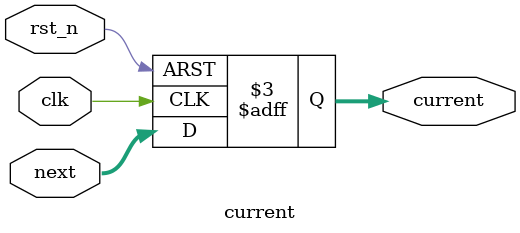
<source format=v>
module current(clk,rst_n,next,current);
  input wire clk, rst_n;
  input wire [2:0]next;
  output reg [2:0]current;
  always @(posedge clk or negedge rst_n)begin
    if(rst_n ==0) current<=3'd0;
    else current <= next;
end


endmodule

</source>
